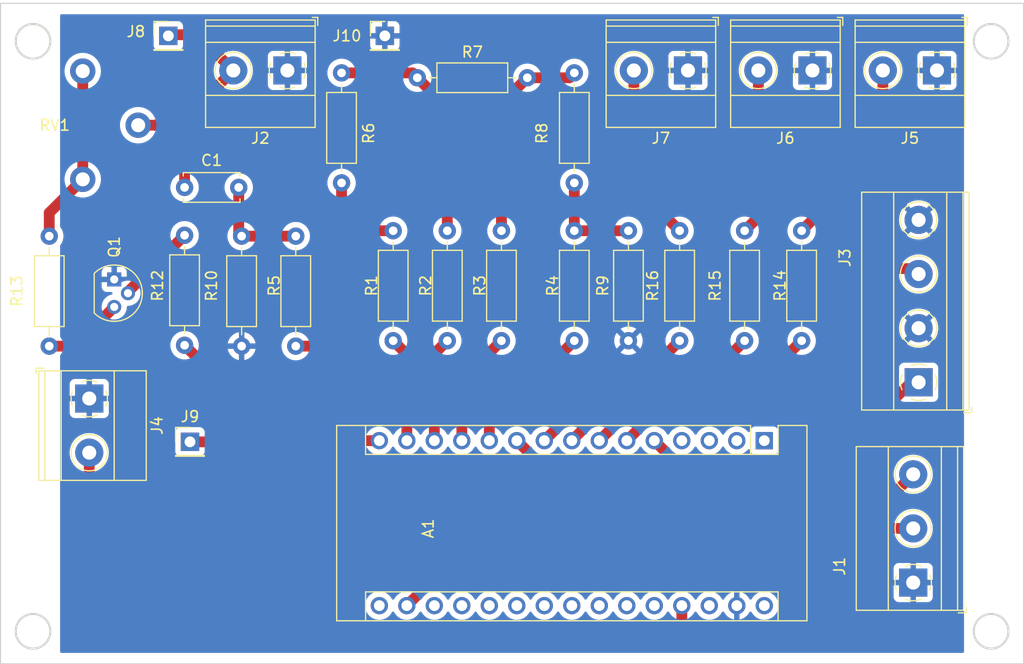
<source format=kicad_pcb>
(kicad_pcb (version 20211014) (generator pcbnew)
  (layers (0 "F.Cu" signal) (31 "B.Cu" signal) (34 "B.Paste" user) (35 "F.Paste" user) (36 "B.SilkS" user "B.Silkscreen") (37 "F.SilkS" user "F.Silkscreen") (38 "B.Mask" user) (39 "F.Mask" user) (44 "Edge.Cuts" user))
  (net 0 "")
  (net 5 "Net-(A1-Pad5)")
  (net 6 "Net-(A1-Pad6)")
  (net 7 "Net-(A1-Pad7)")
  (net 8 "Net-(A1-Pad8)")
  (net 9 "Net-(A1-Pad9)")
  (net 10 "Net-(A1-Pad10)")
  (net 11 "Net-(A1-Pad11)")
  (net 12 "Net-(A1-Pad12)")
  (net 13 "Net-(A1-Pad13)")
  (net 14 "Net-(A1-Pad14)")
  (net 15 "Net-(A1-Pad15)")
  (net 27 "GND")
  (net 29 "Net-(C1-Pad1)")
  (net 30 "Net-(C1-Pad2)")
  (net 31 "Net-(Q1-Pad2)")
  (net 32 "Net-(Q1-Pad3)")
  (net 33 "Net-(R1-Pad1)")
  (net 34 "Net-(R2-Pad1)")
  (net 35 "Net-(R3-Pad1)")
  (net 36 "Net-(R4-Pad1)")
  (net 37 "Net-(R13-Pad1)")
  (net 38 "Net-(A1-Pad17)")
  (net 39 "Net-(A1-Pad27)")
  (net 40 "Net-(J5-Pad2)")
  (net 41 "Net-(J6-Pad2)")
  (net 42 "Net-(J7-Pad2)")
  (footprint "TerminalBlock_Phoenix:TerminalBlock_Phoenix_MKDS-1,5-4_1x04_P5.00mm_Horizontal" (layer "F.Cu") (at 169.805 106 90)
    (fp_text reference "J3" (at 11.5 -6.805 90) (layer "F.SilkS"))
    (fp_text value "PUSH")
    (fp_line (start -2.56 -5.261) (end 17.561 -5.261) (layer "F.SilkS") (width 0.12))
    (fp_line (start 11.07 -1.275) (end 11.035 -1.239) (layer "F.SilkS") (width 0.12))
    (fp_line (start 8.966 1.239) (end 8.931 1.274) (layer "F.SilkS") (width 0.12))
    (fp_line (start -2.56 -2.301) (end 17.561 -2.301) (layer "F.SilkS") (width 0.12))
    (fp_line (start -2.56 2.6) (end 17.561 2.6) (layer "F.SilkS") (width 0.12))
    (fp_line (start 11.275 -1.069) (end 11.228 -1.023) (layer "F.SilkS") (width 0.12))
    (fp_line (start 8.773 1.023) (end 8.726 1.069) (layer "F.SilkS") (width 0.12))
    (fp_line (start -2.8 4.16) (end -2.8 4.9) (layer "F.SilkS") (width 0.12))
    (fp_line (start 16.07 -1.275) (end 16.035 -1.239) (layer "F.SilkS") (width 0.12))
    (fp_line (start -2.8 4.9) (end -2.3 4.9) (layer "F.SilkS") (width 0.12))
    (fp_line (start 3.966 1.239) (end 3.931 1.274) (layer "F.SilkS") (width 0.12))
    (fp_line (start 13.773 1.023) (end 13.726 1.069) (layer "F.SilkS") (width 0.12))
    (fp_line (start 17.561 -5.261) (end 17.561 4.66) (layer "F.SilkS") (width 0.12))
    (fp_line (start 16.275 -1.069) (end 16.228 -1.023) (layer "F.SilkS") (width 0.12))
    (fp_line (start -2.56 4.1) (end 17.561 4.1) (layer "F.SilkS") (width 0.12))
    (fp_line (start -2.56 -5.261) (end -2.56 4.66) (layer "F.SilkS") (width 0.12))
    (fp_line (start 6.275 -1.069) (end 6.228 -1.023) (layer "F.SilkS") (width 0.12))
    (fp_line (start 3.773 1.023) (end 3.726 1.069) (layer "F.SilkS") (width 0.12))
    (fp_line (start 6.07 -1.275) (end 6.035 -1.239) (layer "F.SilkS") (width 0.12))
    (fp_line (start 13.966 1.239) (end 13.931 1.274) (layer "F.SilkS") (width 0.12))
    (fp_line (start -2.56 4.66) (end 17.561 4.66) (layer "F.SilkS") (width 0.12))
    (fp_arc (start 0.028805 1.680253) (mid -0.335551 1.646659) (end -0.684 1.535) (layer "F.SilkS") (width 0.12))
    (fp_arc (start 1.535427 -0.683042) (mid 1.680501 0.000524) (end 1.535 0.684) (layer "F.SilkS") (width 0.12))
    (fp_arc (start -0.683042 -1.535427) (mid 0.000524 -1.680501) (end 0.684 -1.535) (layer "F.SilkS") (width 0.12))
    (fp_arc (start 0.683318 1.534756) (mid 0.349292 1.643288) (end 0 1.68) (layer "F.SilkS") (width 0.12))
    (fp_arc (start -1.535427 0.683042) (mid -1.680501 -0.000524) (end -1.535 -0.684) (layer "F.SilkS") (width 0.12))
    (fp_circle (center 10 0) (end 11.68 0) (layer "F.SilkS") (width 0.12) (fill none))
    (fp_circle (center 5 0) (end 6.68 0) (layer "F.SilkS") (width 0.12) (fill none))
    (fp_circle (center 15 0) (end 16.68 0) (layer "F.SilkS") (width 0.12) (fill none))
    (pad "1" thru_hole rect (at 0 0 90) (size 2.6 2.6) (drill 1.3) (layers *.Cu *.Mask) (net 5 "Net-(A1-Pad5)"))
    (pad "2" thru_hole circle (at 5 0 90) (size 2.6 2.6) (drill 1.3) (layers *.Cu *.Mask) (net 27 "GND"))
    (pad "3" thru_hole circle (at 10 0 90) (size 2.6 2.6) (drill 1.3) (layers *.Cu *.Mask) (net 6 "Net-(A1-Pad6)"))
    (pad "4" thru_hole circle (at 15 0 90) (size 2.6 2.6) (drill 1.3) (layers *.Cu *.Mask) (net 27 "GND"))
  )
  (footprint "Resistor_THT:R_Axial_DIN0207_L6.3mm_D2.5mm_P10.16mm_Horizontal" (layer "F.Cu") (at 159 92 -90)
    (fp_text reference "R14" (at 5.08 2 -270) (layer "F.SilkS"))
    (fp_text value "220")
    (fp_line (start 1.81 1.37) (end 8.35 1.37) (layer "F.SilkS") (width 0.12))
    (fp_line (start 8.35 -1.37) (end 1.81 -1.37) (layer "F.SilkS") (width 0.12))
    (fp_line (start 1.81 -1.37) (end 1.81 1.37) (layer "F.SilkS") (width 0.12))
    (fp_line (start 1.04 0) (end 1.81 0) (layer "F.SilkS") (width 0.12))
    (fp_line (start 9.12 0) (end 8.35 0) (layer "F.SilkS") (width 0.12))
    (fp_line (start 8.35 1.37) (end 8.35 -1.37) (layer "F.SilkS") (width 0.12))
    (pad "1" thru_hole circle (at 0 0 270) (size 1.6 1.6) (drill 0.8) (layers *.Cu *.Mask) (net 40 "Net-(J5-Pad2)"))
    (pad "2" thru_hole oval (at 10.16 0 270) (size 1.6 1.6) (drill 0.8) (layers *.Cu *.Mask) (net 7 "Net-(A1-Pad7)"))
  )
  (footprint "Resistor_THT:R_Axial_DIN0207_L6.3mm_D2.5mm_P10.16mm_Horizontal" (layer "F.Cu") (at 121.27 92 -90)
    (fp_text reference "R1" (at 5.080001 2 90) (layer "F.SilkS"))
    (fp_text value "2.2k")
    (fp_line (start 9.12 0) (end 8.35 0) (layer "F.SilkS") (width 0.12))
    (fp_line (start 8.35 -1.37) (end 1.81 -1.37) (layer "F.SilkS") (width 0.12))
    (fp_line (start 1.04 0) (end 1.81 0) (layer "F.SilkS") (width 0.12))
    (fp_line (start 8.35 1.37) (end 8.35 -1.37) (layer "F.SilkS") (width 0.12))
    (fp_line (start 1.81 -1.37) (end 1.81 1.37) (layer "F.SilkS") (width 0.12))
    (fp_line (start 1.81 1.37) (end 8.35 1.37) (layer "F.SilkS") (width 0.12))
    (pad "1" thru_hole circle (at 0 0 270) (size 1.6 1.6) (drill 0.8) (layers *.Cu *.Mask) (net 33 "Net-(R1-Pad1)"))
    (pad "2" thru_hole oval (at 10.16 0 270) (size 1.6 1.6) (drill 0.8) (layers *.Cu *.Mask) (net 14 "Net-(A1-Pad14)"))
  )
  (footprint "Resistor_THT:R_Axial_DIN0207_L6.3mm_D2.5mm_P10.16mm_Horizontal" (layer "F.Cu") (at 147.73 92 -90)
    (fp_text reference "R16" (at 5.08 2.5 90) (layer "F.SilkS"))
    (fp_text value "220")
    (fp_line (start 8.35 -1.37) (end 1.81 -1.37) (layer "F.SilkS") (width 0.12))
    (fp_line (start 1.81 -1.37) (end 1.81 1.37) (layer "F.SilkS") (width 0.12))
    (fp_line (start 1.81 1.37) (end 8.35 1.37) (layer "F.SilkS") (width 0.12))
    (fp_line (start 1.04 0) (end 1.81 0) (layer "F.SilkS") (width 0.12))
    (fp_line (start 8.35 1.37) (end 8.35 -1.37) (layer "F.SilkS") (width 0.12))
    (fp_line (start 9.12 0) (end 8.35 0) (layer "F.SilkS") (width 0.12))
    (pad "1" thru_hole circle (at 0 0 270) (size 1.6 1.6) (drill 0.8) (layers *.Cu *.Mask) (net 42 "Net-(J7-Pad2)"))
    (pad "2" thru_hole oval (at 10.16 0 270) (size 1.6 1.6) (drill 0.8) (layers *.Cu *.Mask) (net 9 "Net-(A1-Pad9)"))
  )
  (footprint "TerminalBlock_Phoenix:TerminalBlock_Phoenix_MKDS-1,5-2_1x02_P5.00mm_Horizontal" (layer "F.Cu") (at 148.5 77.195 180)
    (fp_text reference "J7" (at 2.5 -6.26) (layer "F.SilkS"))
    (fp_text value "LED 3")
    (fp_line (start -2.8 4.9) (end -2.3 4.9) (layer "F.SilkS") (width 0.12))
    (fp_line (start 6.07 -1.275) (end 6.035 -1.239) (layer "F.SilkS") (width 0.12))
    (fp_line (start -2.8 4.16) (end -2.8 4.9) (layer "F.SilkS") (width 0.12))
    (fp_line (start -2.56 4.66) (end 7.56 4.66) (layer "F.SilkS") (width 0.12))
    (fp_line (start 3.773 1.023) (end 3.726 1.069) (layer "F.SilkS") (width 0.12))
    (fp_line (start -2.56 -5.261) (end 7.56 -5.261) (layer "F.SilkS") (width 0.12))
    (fp_line (start 7.56 -5.261) (end 7.56 4.66) (layer "F.SilkS") (width 0.12))
    (fp_line (start 6.275 -1.069) (end 6.228 -1.023) (layer "F.SilkS") (width 0.12))
    (fp_line (start -2.56 -5.261) (end -2.56 4.66) (layer "F.SilkS") (width 0.12))
    (fp_line (start -2.56 4.1) (end 7.56 4.1) (layer "F.SilkS") (width 0.12))
    (fp_line (start -2.56 -2.301) (end 7.56 -2.301) (layer "F.SilkS") (width 0.12))
    (fp_line (start -2.56 2.6) (end 7.56 2.6) (layer "F.SilkS") (width 0.12))
    (fp_line (start 3.966 1.239) (end 3.931 1.274) (layer "F.SilkS") (width 0.12))
    (fp_arc (start -0.683042 -1.535427) (mid 0.000524 -1.680501) (end 0.684 -1.535) (layer "F.SilkS") (width 0.12))
    (fp_arc (start 0.028805 1.680253) (mid -0.335551 1.646659) (end -0.684 1.535) (layer "F.SilkS") (width 0.12))
    (fp_arc (start 1.535427 -0.683042) (mid 1.680501 0.000524) (end 1.535 0.684) (layer "F.SilkS") (width 0.12))
    (fp_arc (start 0.683318 1.534756) (mid 0.349292 1.643288) (end 0 1.68) (layer "F.SilkS") (width 0.12))
    (fp_arc (start -1.535427 0.683042) (mid -1.680501 -0.000524) (end -1.535 -0.684) (layer "F.SilkS") (width 0.12))
    (fp_circle (center 5 0) (end 6.68 0) (layer "F.SilkS") (width 0.12) (fill none))
    (pad "1" thru_hole rect (at 0 0 180) (size 2.6 2.6) (drill 1.3) (layers *.Cu *.Mask) (net 27 "GND"))
    (pad "2" thru_hole circle (at 5 0 180) (size 2.6 2.6) (drill 1.3) (layers *.Cu *.Mask) (net 42 "Net-(J7-Pad2)"))
  )
  (footprint "Resistor_THT:R_Axial_DIN0207_L6.3mm_D2.5mm_P10.16mm_Horizontal" (layer "F.Cu") (at 153.73 92 -90)
    (fp_text reference "R15" (at 5.08 2.73 -270) (layer "F.SilkS"))
    (fp_text value "220")
    (fp_line (start 1.04 0) (end 1.81 0) (layer "F.SilkS") (width 0.12))
    (fp_line (start 8.35 -1.37) (end 1.81 -1.37) (layer "F.SilkS") (width 0.12))
    (fp_line (start 9.12 0) (end 8.35 0) (layer "F.SilkS") (width 0.12))
    (fp_line (start 1.81 1.37) (end 8.35 1.37) (layer "F.SilkS") (width 0.12))
    (fp_line (start 8.35 1.37) (end 8.35 -1.37) (layer "F.SilkS") (width 0.12))
    (fp_line (start 1.81 -1.37) (end 1.81 1.37) (layer "F.SilkS") (width 0.12))
    (pad "1" thru_hole circle (at 0 0 270) (size 1.6 1.6) (drill 0.8) (layers *.Cu *.Mask) (net 41 "Net-(J6-Pad2)"))
    (pad "2" thru_hole oval (at 10.16 0 270) (size 1.6 1.6) (drill 0.8) (layers *.Cu *.Mask) (net 8 "Net-(A1-Pad8)"))
  )
  (footprint "Connector_PinHeader_2.54mm:PinHeader_1x01_P2.54mm_Vertical" (layer "F.Cu") (at 100.5 74)
    (fp_text reference "J8" (at -3 -0.395) (layer "F.SilkS"))
    (fp_text value "Signal")
    (fp_line (start -1.33 -1.33) (end 0 -1.33) (layer "F.SilkS") (width 0.12))
    (fp_line (start -1.33 1.27) (end 1.33 1.27) (layer "F.SilkS") (width 0.12))
    (fp_line (start -1.33 1.33) (end 1.33 1.33) (layer "F.SilkS") (width 0.12))
    (fp_line (start -1.33 1.27) (end -1.33 1.33) (layer "F.SilkS") (width 0.12))
    (fp_line (start -1.33 0) (end -1.33 -1.33) (layer "F.SilkS") (width 0.12))
    (fp_line (start 1.33 1.27) (end 1.33 1.33) (layer "F.SilkS") (width 0.12))
    (pad "1" thru_hole rect (at 0 0) (size 1.7 1.7) (drill 1) (layers *.Cu *.Mask) (net 29 "Net-(C1-Pad1)"))
  )
  (footprint "Resistor_THT:R_Axial_DIN0207_L6.3mm_D2.5mm_P10.16mm_Horizontal" (layer "F.Cu") (at 107.27 92.5 -90)
    (fp_text reference "R10" (at 4.58 2.79 90) (layer "F.SilkS"))
    (fp_text value "100k")
    (fp_line (start 1.04 0) (end 1.81 0) (layer "F.SilkS") (width 0.12))
    (fp_line (start 1.81 -1.37) (end 1.81 1.37) (layer "F.SilkS") (width 0.12))
    (fp_line (start 9.12 0) (end 8.35 0) (layer "F.SilkS") (width 0.12))
    (fp_line (start 8.35 1.37) (end 8.35 -1.37) (layer "F.SilkS") (width 0.12))
    (fp_line (start 8.35 -1.37) (end 1.81 -1.37) (layer "F.SilkS") (width 0.12))
    (fp_line (start 1.81 1.37) (end 8.35 1.37) (layer "F.SilkS") (width 0.12))
    (pad "1" thru_hole circle locked (at 0 0 270) (size 1.6 1.6) (drill 0.8) (layers *.Cu *.Mask) (net 30 "Net-(C1-Pad2)"))
    (pad "2" thru_hole oval locked (at 10.16 0 270) (size 1.6 1.6) (drill 0.8) (layers *.Cu *.Mask) (net 27 "GND"))
  )
  (footprint "Resistor_THT:R_Axial_DIN0207_L6.3mm_D2.5mm_P10.16mm_Horizontal" (layer "F.Cu") (at 112.27 92.5 -90)
    (fp_text reference "R5" (at 4.580001 2 90) (layer "F.SilkS"))
    (fp_text value "1k")
    (fp_line (start 8.35 1.37) (end 8.35 -1.37) (layer "F.SilkS") (width 0.12))
    (fp_line (start 1.81 1.37) (end 8.35 1.37) (layer "F.SilkS") (width 0.12))
    (fp_line (start 9.12 0) (end 8.35 0) (layer "F.SilkS") (width 0.12))
    (fp_line (start 1.81 -1.37) (end 1.81 1.37) (layer "F.SilkS") (width 0.12))
    (fp_line (start 8.35 -1.37) (end 1.81 -1.37) (layer "F.SilkS") (width 0.12))
    (fp_line (start 1.04 0) (end 1.81 0) (layer "F.SilkS") (width 0.12))
    (pad "1" thru_hole circle locked (at 0 0 270) (size 1.6 1.6) (drill 0.8) (layers *.Cu *.Mask) (net 30 "Net-(C1-Pad2)"))
    (pad "2" thru_hole oval locked (at 10.16 0 270) (size 1.6 1.6) (drill 0.8) (layers *.Cu *.Mask) (net 33 "Net-(R1-Pad1)"))
  )
  (footprint "Resistor_THT:R_Axial_DIN0207_L6.3mm_D2.5mm_P10.16mm_Horizontal" (layer "F.Cu") (at 138 77.42 -90)
    (fp_text reference "R8" (at 5.58 3 90) (layer "F.SilkS"))
    (fp_text value "1k")
    (fp_line (start 9.12 0) (end 8.35 0) (layer "F.SilkS") (width 0.12))
    (fp_line (start 8.35 -1.37) (end 1.81 -1.37) (layer "F.SilkS") (width 0.12))
    (fp_line (start 8.35 1.37) (end 8.35 -1.37) (layer "F.SilkS") (width 0.12))
    (fp_line (start 1.04 0) (end 1.81 0) (layer "F.SilkS") (width 0.12))
    (fp_line (start 1.81 1.37) (end 8.35 1.37) (layer "F.SilkS") (width 0.12))
    (fp_line (start 1.81 -1.37) (end 1.81 1.37) (layer "F.SilkS") (width 0.12))
    (pad "1" thru_hole circle (at 0 0 270) (size 1.6 1.6) (drill 0.8) (layers *.Cu *.Mask) (net 35 "Net-(R3-Pad1)"))
    (pad "2" thru_hole oval (at 10.16 0 270) (size 1.6 1.6) (drill 0.8) (layers *.Cu *.Mask) (net 36 "Net-(R4-Pad1)"))
  )
  (footprint "Connector_PinHeader_2.54mm:PinHeader_1x01_P2.54mm_Vertical" (layer "F.Cu") (at 102.5 111.5)
    (fp_text reference "J9" (at 0 -2.33) (layer "F.SilkS"))
    (fp_text value "PTT")
    (fp_line (start 1.33 1.27) (end 1.33 1.33) (layer "F.SilkS") (width 0.12))
    (fp_line (start -1.33 1.27) (end -1.33 1.33) (layer "F.SilkS") (width 0.12))
    (fp_line (start -1.33 0) (end -1.33 -1.33) (layer "F.SilkS") (width 0.12))
    (fp_line (start -1.33 1.27) (end 1.33 1.27) (layer "F.SilkS") (width 0.12))
    (fp_line (start -1.33 1.33) (end 1.33 1.33) (layer "F.SilkS") (width 0.12))
    (fp_line (start -1.33 -1.33) (end 0 -1.33) (layer "F.SilkS") (width 0.12))
    (pad "1" thru_hole rect (at 0 0) (size 1.7 1.7) (drill 1) (layers *.Cu *.Mask) (net 15 "Net-(A1-Pad15)"))
  )
  (footprint "Capacitor_THT:C_Disc_D5.0mm_W2.5mm_P5.00mm" (layer "F.Cu") (at 102 88)
    (fp_text reference "C1" (at 2.5 -2.5) (layer "F.SilkS"))
    (fp_text value "100n")
    (fp_line (start -0.12 -1.37) (end 5.12 -1.37) (layer "F.SilkS") (width 0.12))
    (fp_line (start -0.12 1.37) (end 5.12 1.37) (layer "F.SilkS") (width 0.12))
    (fp_line (start -0.12 1.055) (end -0.12 1.37) (layer "F.SilkS") (width 0.12))
    (fp_line (start 5.12 -1.37) (end 5.12 -1.055) (layer "F.SilkS") (width 0.12))
    (fp_line (start 5.12 1.055) (end 5.12 1.37) (layer "F.SilkS") (width 0.12))
    (fp_line (start -0.12 -1.37) (end -0.12 -1.055) (layer "F.SilkS") (width 0.12))
    (pad "1" thru_hole circle (at 0 0) (size 1.6 1.6) (drill 0.8) (layers *.Cu *.Mask) (net 29 "Net-(C1-Pad1)"))
    (pad "2" thru_hole circle (at 5 0) (size 1.6 1.6) (drill 0.8) (layers *.Cu *.Mask) (net 30 "Net-(C1-Pad2)"))
  )
  (footprint "Resistor_THT:R_Axial_DIN0207_L6.3mm_D2.5mm_P10.16mm_Horizontal" (layer "F.Cu") (at 143 102.16 90)
    (fp_text reference "R9" (at 5.079999 -2.37 90) (layer "F.SilkS"))
    (fp_text value "2.2k")
    (fp_line (start 1.81 -1.37) (end 1.81 1.37) (layer "F.SilkS") (width 0.12))
    (fp_line (start 8.35 -1.37) (end 1.81 -1.37) (layer "F.SilkS") (width 0.12))
    (fp_line (start 8.35 1.37) (end 8.35 -1.37) (layer "F.SilkS") (width 0.12))
    (fp_line (start 1.81 1.37) (end 8.35 1.37) (layer "F.SilkS") (width 0.12))
    (fp_line (start 9.12 0) (end 8.35 0) (layer "F.SilkS") (width 0.12))
    (fp_line (start 1.04 0) (end 1.81 0) (layer "F.SilkS") (width 0.12))
    (pad "1" thru_hole circle (at 0 0 90) (size 1.6 1.6) (drill 0.8) (layers *.Cu *.Mask) (net 27 "GND"))
    (pad "2" thru_hole oval (at 10.16 0 90) (size 1.6 1.6) (drill 0.8) (layers *.Cu *.Mask) (net 36 "Net-(R4-Pad1)"))
  )
  (footprint "Resistor_THT:R_Axial_DIN0207_L6.3mm_D2.5mm_P10.16mm_Horizontal" (layer "F.Cu") (at 126.27 92 -90)
    (fp_text reference "R2" (at 5.080001 2 90) (layer "F.SilkS"))
    (fp_text value "2.2k")
    (fp_line (start 1.81 1.37) (end 8.35 1.37) (layer "F.SilkS") (width 0.12))
    (fp_line (start 1.81 -1.37) (end 1.81 1.37) (layer "F.SilkS") (width 0.12))
    (fp_line (start 8.35 -1.37) (end 1.81 -1.37) (layer "F.SilkS") (width 0.12))
    (fp_line (start 8.35 1.37) (end 8.35 -1.37) (layer "F.SilkS") (width 0.12))
    (fp_line (start 1.04 0) (end 1.81 0) (layer "F.SilkS") (width 0.12))
    (fp_line (start 9.12 0) (end 8.35 0) (layer "F.SilkS") (width 0.12))
    (pad "1" thru_hole circle (at 0 0 270) (size 1.6 1.6) (drill 0.8) (layers *.Cu *.Mask) (net 34 "Net-(R2-Pad1)"))
    (pad "2" thru_hole oval (at 10.16 0 270) (size 1.6 1.6) (drill 0.8) (layers *.Cu *.Mask) (net 13 "Net-(A1-Pad13)"))
  )
  (footprint "Resistor_THT:R_Axial_DIN0207_L6.3mm_D2.5mm_P10.16mm_Horizontal" (layer "F.Cu") (at 123.5 77.87)
    (fp_text reference "R7" (at 5.08 -2.37) (layer "F.SilkS"))
    (fp_text value "1k")
    (fp_line (start 1.81 -1.37) (end 1.81 1.37) (layer "F.SilkS") (width 0.12))
    (fp_line (start 1.04 0) (end 1.81 0) (layer "F.SilkS") (width 0.12))
    (fp_line (start 9.12 0) (end 8.35 0) (layer "F.SilkS") (width 0.12))
    (fp_line (start 8.35 1.37) (end 8.35 -1.37) (layer "F.SilkS") (width 0.12))
    (fp_line (start 1.81 1.37) (end 8.35 1.37) (layer "F.SilkS") (width 0.12))
    (fp_line (start 8.35 -1.37) (end 1.81 -1.37) (layer "F.SilkS") (width 0.12))
    (pad "1" thru_hole circle (at 0 0) (size 1.6 1.6) (drill 0.8) (layers *.Cu *.Mask) (net 34 "Net-(R2-Pad1)"))
    (pad "2" thru_hole oval (at 10.16 0) (size 1.6 1.6) (drill 0.8) (layers *.Cu *.Mask) (net 35 "Net-(R3-Pad1)"))
  )
  (footprint "Connector_PinHeader_2.54mm:PinHeader_1x01_P2.54mm_Vertical" (layer "F.Cu") (at 120.5 74)
    (fp_text reference "J10" (at -3.5 0) (layer "F.SilkS"))
    (fp_text value "GND")
    (fp_line (start -1.33 1.27) (end 1.33 1.27) (layer "F.SilkS") (width 0.12))
    (fp_line (start 1.33 1.27) (end 1.33 1.33) (layer "F.SilkS") (width 0.12))
    (fp_line (start -1.33 1.33) (end 1.33 1.33) (layer "F.SilkS") (width 0.12))
    (fp_line (start -1.33 -1.33) (end 0 -1.33) (layer "F.SilkS") (width 0.12))
    (fp_line (start -1.33 1.27) (end -1.33 1.33) (layer "F.SilkS") (width 0.12))
    (fp_line (start -1.33 0) (end -1.33 -1.33) (layer "F.SilkS") (width 0.12))
    (pad "1" thru_hole rect (at 0 0) (size 1.7 1.7) (drill 1) (layers *.Cu *.Mask) (net 27 "GND"))
  )
  (footprint "Resistor_THT:R_Axial_DIN0207_L6.3mm_D2.5mm_P10.16mm_Horizontal" (layer "F.Cu") (at 138 92 -90)
    (fp_text reference "R4" (at 5.080001 2 90) (layer "F.SilkS"))
    (fp_text value "2.2k")
    (fp_line (start 8.35 1.37) (end 8.35 -1.37) (layer "F.SilkS") (width 0.12))
    (fp_line (start 1.81 1.37) (end 8.35 1.37) (layer "F.SilkS") (width 0.12))
    (fp_line (start 8.35 -1.37) (end 1.81 -1.37) (layer "F.SilkS") (width 0.12))
    (fp_line (start 1.04 0) (end 1.81 0) (layer "F.SilkS") (width 0.12))
    (fp_line (start 1.81 -1.37) (end 1.81 1.37) (layer "F.SilkS") (width 0.12))
    (fp_line (start 9.12 0) (end 8.35 0) (layer "F.SilkS") (width 0.12))
    (pad "1" thru_hole circle (at 0 0 270) (size 1.6 1.6) (drill 0.8) (layers *.Cu *.Mask) (net 36 "Net-(R4-Pad1)"))
    (pad "2" thru_hole oval (at 10.16 0 270) (size 1.6 1.6) (drill 0.8) (layers *.Cu *.Mask) (net 11 "Net-(A1-Pad11)"))
  )
  (footprint "Resistor_THT:R_Axial_DIN0207_L6.3mm_D2.5mm_P10.16mm_Horizontal" (layer "F.Cu") (at 116.5 87.58 90)
    (fp_text reference "R6" (at 4.58 2.5 90) (layer "F.SilkS"))
    (fp_text value "1k")
    (fp_line (start 9.12 0) (end 8.35 0) (layer "F.SilkS") (width 0.12))
    (fp_line (start 1.81 1.37) (end 8.35 1.37) (layer "F.SilkS") (width 0.12))
    (fp_line (start 1.81 -1.37) (end 1.81 1.37) (layer "F.SilkS") (width 0.12))
    (fp_line (start 1.04 0) (end 1.81 0) (layer "F.SilkS") (width 0.12))
    (fp_line (start 8.35 -1.37) (end 1.81 -1.37) (layer "F.SilkS") (width 0.12))
    (fp_line (start 8.35 1.37) (end 8.35 -1.37) (layer "F.SilkS") (width 0.12))
    (pad "1" thru_hole circle (at 0 0 90) (size 1.6 1.6) (drill 0.8) (layers *.Cu *.Mask) (net 33 "Net-(R1-Pad1)"))
    (pad "2" thru_hole oval (at 10.16 0 90) (size 1.6 1.6) (drill 0.8) (layers *.Cu *.Mask) (net 34 "Net-(R2-Pad1)"))
  )
  (footprint "TerminalBlock_Phoenix:TerminalBlock_Phoenix_MKDS-1,5-3_1x03_P5.00mm_Horizontal" (layer "F.Cu") (at 169.305 124.5 90)
    (fp_text reference "J1" (at 1.5 -6.805 90) (layer "F.SilkS"))
    (fp_text value "GPS")
    (fp_line (start 6.07 -1.275) (end 6.035 -1.239) (layer "F.SilkS") (width 0.12))
    (fp_line (start 6.275 -1.069) (end 6.228 -1.023) (layer "F.SilkS") (width 0.12))
    (fp_line (start 8.966 1.239) (end 8.931 1.274) (layer "F.SilkS") (width 0.12))
    (fp_line (start -2.56 4.1) (end 12.56 4.1) (layer "F.SilkS") (width 0.12))
    (fp_line (start -2.56 -5.261) (end -2.56 4.66) (layer "F.SilkS") (width 0.12))
    (fp_line (start 3.773 1.023) (end 3.726 1.069) (layer "F.SilkS") (width 0.12))
    (fp_line (start 12.56 -5.261) (end 12.56 4.66) (layer "F.SilkS") (width 0.12))
    (fp_line (start -2.8 4.16) (end -2.8 4.9) (layer "F.SilkS") (width 0.12))
    (fp_line (start -2.56 -5.261) (end 12.56 -5.261) (layer "F.SilkS") (width 0.12))
    (fp_line (start 3.966 1.239) (end 3.931 1.274) (layer "F.SilkS") (width 0.12))
    (fp_line (start 11.07 -1.275) (end 11.035 -1.239) (layer "F.SilkS") (width 0.12))
    (fp_line (start -2.8 4.9) (end -2.3 4.9) (layer "F.SilkS") (width 0.12))
    (fp_line (start -2.56 -2.301) (end 12.56 -2.301) (layer "F.SilkS") (width 0.12))
    (fp_line (start -2.56 4.66) (end 12.56 4.66) (layer "F.SilkS") (width 0.12))
    (fp_line (start 8.773 1.023) (end 8.726 1.069) (layer "F.SilkS") (width 0.12))
    (fp_line (start -2.56 2.6) (end 12.56 2.6) (layer "F.SilkS") (width 0.12))
    (fp_line (start 11.275 -1.069) (end 11.228 -1.023) (layer "F.SilkS") (width 0.12))
    (fp_arc (start 1.535427 -0.683042) (mid 1.680501 0.000524) (end 1.535 0.684) (layer "F.SilkS") (width 0.12))
    (fp_arc (start 0.683318 1.534756) (mid 0.349292 1.643288) (end 0 1.68) (layer "F.SilkS") (width 0.12))
    (fp_arc (start -1.535427 0.683042) (mid -1.680501 -0.000524) (end -1.535 -0.684) (layer "F.SilkS") (width 0.12))
    (fp_arc (start -0.683042 -1.535427) (mid 0.000524 -1.680501) (end 0.684 -1.535) (layer "F.SilkS") (width 0.12))
    (fp_arc (start 0.028805 1.680253) (mid -0.335551 1.646659) (end -0.684 1.535) (layer "F.SilkS") (width 0.12))
    (fp_circle (center 5 0) (end 6.68 0) (layer "F.SilkS") (width 0.12) (fill none))
    (fp_circle (center 10 0) (end 11.68 0) (layer "F.SilkS") (width 0.12) (fill none))
    (pad "1" thru_hole rect (at 0 0 90) (size 2.6 2.6) (drill 1.3) (layers *.Cu *.Mask) (net 27 "GND"))
    (pad "2" thru_hole circle (at 5 0 90) (size 2.6 2.6) (drill 1.3) (layers *.Cu *.Mask) (net 38 "Net-(A1-Pad17)"))
    (pad "3" thru_hole circle (at 10 0 90) (size 2.6 2.6) (drill 1.3) (layers *.Cu *.Mask) (net 10 "Net-(A1-Pad10)"))
  )
  (footprint "Resistor_THT:R_Axial_DIN0207_L6.3mm_D2.5mm_P10.16mm_Horizontal" (layer "F.Cu") (at 102 102.58 90)
    (fp_text reference "R12" (at 5.5 -2.5 90) (layer "F.SilkS"))
    (fp_text value "2.2k")
    (fp_line (start 8.35 -1.37) (end 1.81 -1.37) (layer "F.SilkS") (width 0.12))
    (fp_line (start 1.04 0) (end 1.81 0) (layer "F.SilkS") (width 0.12))
    (fp_line (start 1.81 -1.37) (end 1.81 1.37) (layer "F.SilkS") (width 0.12))
    (fp_line (start 9.12 0) (end 8.35 0) (layer "F.SilkS") (width 0.12))
    (fp_line (start 1.81 1.37) (end 8.35 1.37) (layer "F.SilkS") (width 0.12))
    (fp_line (start 8.35 1.37) (end 8.35 -1.37) (layer "F.SilkS") (width 0.12))
    (pad "1" thru_hole circle locked (at 0 0 90) (size 1.6 1.6) (drill 0.8) (layers *.Cu *.Mask) (net 15 "Net-(A1-Pad15)"))
    (pad "2" thru_hole oval locked (at 10.16 0 90) (size 1.6 1.6) (drill 0.8) (layers *.Cu *.Mask) (net 31 "Net-(Q1-Pad2)"))
  )
  (footprint "Resistor_THT:R_Axial_DIN0207_L6.3mm_D2.5mm_P10.16mm_Horizontal" (layer "F.Cu") (at 131.27 92 -90)
    (fp_text reference "R3" (at 5.080001 2 90) (layer "F.SilkS"))
    (fp_text value "2.2k")
    (fp_line (start 1.04 0) (end 1.81 0) (layer "F.SilkS") (width 0.12))
    (fp_line (start 1.81 1.37) (end 8.35 1.37) (layer "F.SilkS") (width 0.12))
    (fp_line (start 8.35 1.37) (end 8.35 -1.37) (layer "F.SilkS") (width 0.12))
    (fp_line (start 9.12 0) (end 8.35 0) (layer "F.SilkS") (width 0.12))
    (fp_line (start 8.35 -1.37) (end 1.81 -1.37) (layer "F.SilkS") (width 0.12))
    (fp_line (start 1.81 -1.37) (end 1.81 1.37) (layer "F.SilkS") (width 0.12))
    (pad "1" thru_hole circle (at 0 0 270) (size 1.6 1.6) (drill 0.8) (layers *.Cu *.Mask) (net 35 "Net-(R3-Pad1)"))
    (pad "2" thru_hole oval (at 10.16 0 270) (size 1.6 1.6) (drill 0.8) (layers *.Cu *.Mask) (net 12 "Net-(A1-Pad12)"))
  )
  (footprint "Potentiometer_THT:Potentiometer_22k" (layer "F.Cu") (at 92.7125 71.7225)
    (fp_text reference locked "RV1" (at -2.7125 10.5305 unlocked) (layer "F.SilkS"))
    (fp_text value "22k")
    (pad "1" thru_hole circle locked (at -0.12 5.53) (size 2.34 2.34) (drill 1.3) (layers *.Mask "F.Cu" "In1.Cu" "B.Cu") (net 37 "Net-(R13-Pad1)"))
    (pad "2" thru_hole circle locked (at 5 10.53) (size 2.34 2.34) (drill 1.3) (layers *.Mask "F.Cu" "In1.Cu" "B.Cu") (net 29 "Net-(C1-Pad1)"))
    (pad "3" thru_hole circle locked (at -0.12 15.53) (size 2.34 2.34) (drill 1.3) (layers *.Mask "F.Cu" "In1.Cu" "B.Cu") (net 37 "Net-(R13-Pad1)"))
  )
  (footprint "TerminalBlock_Phoenix:TerminalBlock_Phoenix_MKDS-1,5-2_1x02_P5.00mm_Horizontal" (layer "F.Cu") (at 93.195 107.5 -90)
    (fp_text reference "J4" (at 2.5 -6.26 90) (layer "F.SilkS"))
    (fp_text value "Alim")
    (fp_line (start -2.56 -2.301) (end 7.56 -2.301) (layer "F.SilkS") (width 0.12))
    (fp_line (start -2.56 4.66) (end 7.56 4.66) (layer "F.SilkS") (width 0.12))
    (fp_line (start 6.07 -1.275) (end 6.035 -1.239) (layer "F.SilkS") (width 0.12))
    (fp_line (start 3.773 1.023) (end 3.726 1.069) (layer "F.SilkS") (width 0.12))
    (fp_line (start -2.56 4.1) (end 7.56 4.1) (layer "F.SilkS") (width 0.12))
    (fp_line (start 3.966 1.239) (end 3.931 1.274) (layer "F.SilkS") (width 0.12))
    (fp_line (start -2.56 2.6) (end 7.56 2.6) (layer "F.SilkS") (width 0.12))
    (fp_line (start -2.8 4.16) (end -2.8 4.9) (layer "F.SilkS") (width 0.12))
    (fp_line (start -2.8 4.9) (end -2.3 4.9) (layer "F.SilkS") (width 0.12))
    (fp_line (start 7.56 -5.261) (end 7.56 4.66) (layer "F.SilkS") (width 0.12))
    (fp_line (start -2.56 -5.261) (end -2.56 4.66) (layer "F.SilkS") (width 0.12))
    (fp_line (start 6.275 -1.069) (end 6.228 -1.023) (layer "F.SilkS") (width 0.12))
    (fp_line (start -2.56 -5.261) (end 7.56 -5.261) (layer "F.SilkS") (width 0.12))
    (fp_arc (start -0.683042 -1.535427) (mid 0.000524 -1.680501) (end 0.684 -1.535) (layer "F.SilkS") (width 0.12))
    (fp_arc (start 0.683318 1.534756) (mid 0.349292 1.643288) (end 0 1.68) (layer "F.SilkS") (width 0.12))
    (fp_arc (start 0.028805 1.680253) (mid -0.335551 1.646659) (end -0.684 1.535) (layer "F.SilkS") (width 0.12))
    (fp_arc (start 1.535427 -0.683042) (mid 1.680501 0.000524) (end 1.535 0.684) (layer "F.SilkS") (width 0.12))
    (fp_arc (start -1.535427 0.683042) (mid -1.680501 -0.000524) (end -1.535 -0.684) (layer "F.SilkS") (width 0.12))
    (fp_circle (center 5 0) (end 6.68 0) (layer "F.SilkS") (width 0.12) (fill none))
    (pad "1" thru_hole rect (at 0 0 270) (size 2.6 2.6) (drill 1.3) (layers *.Cu *.Mask) (net 27 "GND"))
    (pad "2" thru_hole circle (at 5 0 270) (size 2.6 2.6) (drill 1.3) (layers *.Cu *.Mask) (net 39 "Net-(A1-Pad27)"))
  )
  (footprint "TerminalBlock_Phoenix:TerminalBlock_Phoenix_MKDS-1,5-2_1x02_P5.00mm_Horizontal" (layer "F.Cu") (at 160 77.195 180)
    (fp_text reference "J6" (at 2.5 -6.26) (layer "F.SilkS"))
    (fp_text value "LED 2")
    (fp_line (start -2.56 4.1) (end 7.56 4.1) (layer "F.SilkS") (width 0.12))
    (fp_line (start -2.56 -5.261) (end 7.56 -5.261) (layer "F.SilkS") (width 0.12))
    (fp_line (start 6.275 -1.069) (end 6.228 -1.023) (layer "F.SilkS") (width 0.12))
    (fp_line (start -2.56 -5.261) (end -2.56 4.66) (layer "F.SilkS") (width 0.12))
    (fp_line (start 7.56 -5.261) (end 7.56 4.66) (layer "F.SilkS") (width 0.12))
    (fp_line (start 3.966 1.239) (end 3.931 1.274) (layer "F.SilkS") (width 0.12))
    (fp_line (start 3.773 1.023) (end 3.726 1.069) (layer "F.SilkS") (width 0.12))
    (fp_line (start -2.56 2.6) (end 7.56 2.6) (layer "F.SilkS") (width 0.12))
    (fp_line (start -2.8 4.16) (end -2.8 4.9) (layer "F.SilkS") (width 0.12))
    (fp_line (start 6.07 -1.275) (end 6.035 -1.239) (layer "F.SilkS") (width 0.12))
    (fp_line (start -2.56 4.66) (end 7.56 4.66) (layer "F.SilkS") (width 0.12))
    (fp_line (start -2.8 4.9) (end -2.3 4.9) (layer "F.SilkS") (width 0.12))
    (fp_line (start -2.56 -2.301) (end 7.56 -2.301) (layer "F.SilkS") (width 0.12))
    (fp_arc (start -1.535427 0.683042) (mid -1.680501 -0.000524) (end -1.535 -0.684) (layer "F.SilkS") (width 0.12))
    (fp_arc (start 0.683318 1.534756) (mid 0.349292 1.643288) (end 0 1.68) (layer "F.SilkS") (width 0.12))
    (fp_arc (start -0.683042 -1.535427) (mid 0.000524 -1.680501) (end 0.684 -1.535) (layer "F.SilkS") (width 0.12))
    (fp_arc (start 0.028805 1.680253) (mid -0.335551 1.646659) (end -0.684 1.535) (layer "F.SilkS") (width 0.12))
    (fp_arc (start 1.535427 -0.683042) (mid 1.680501 0.000524) (end 1.535 0.684) (layer "F.SilkS") (width 0.12))
    (fp_circle (center 5 0) (end 6.68 0) (layer "F.SilkS") (width 0.12) (fill none))
    (pad "1" thru_hole rect (at 0 0 180) (size 2.6 2.6) (drill 1.3) (layers *.Cu *.Mask) (net 27 "GND"))
    (pad "2" thru_hole circle (at 5 0 180) (size 2.6 2.6) (drill 1.3) (layers *.Cu *.Mask) (net 41 "Net-(J6-Pad2)"))
  )
  (footprint "Package_TO_SOT_THT:TO-92" (layer "F.Cu") (at 95.5 96.5 -90)
    (fp_text reference "Q1" (at -3 0 90) (layer "F.SilkS"))
    (fp_text value "2N2222")
    (fp_line (start -0.53 1.85) (end 3.07 1.85) (layer "F.SilkS") (width 0.12))
    (fp_arc (start 1.27 -2.6) (mid 3.672087 -0.994977) (end 3.108478 1.838478) (layer "F.SilkS") (width 0.12))
    (fp_arc (start -0.568478 1.838478) (mid -1.132087 -0.994977) (end 1.27 -2.6) (layer "F.SilkS") (width 0.12))
    (pad "1" thru_hole rect locked (at 0 0 270) (size 1.3 1.3) (drill 0.75) (layers *.Cu *.Mask) (net 27 "GND"))
    (pad "2" thru_hole circle locked (at 1.27 -1.27 270) (size 1.3 1.3) (drill 0.75) (layers *.Cu *.Mask) (net 31 "Net-(Q1-Pad2)"))
    (pad "3" thru_hole circle locked (at 2.54 0 270) (size 1.3 1.3) (drill 0.75) (layers *.Cu *.Mask) (net 32 "Net-(Q1-Pad3)"))
  )
  (footprint "TerminalBlock_Phoenix:TerminalBlock_Phoenix_MKDS-1,5-2_1x02_P5.00mm_Horizontal" (layer "F.Cu") (at 111.5 77.195 180)
    (fp_text reference "J2" (at 2.5 -6.26) (layer "F.SilkS"))
    (fp_text value "Output")
    (fp_line (start -2.56 4.1) (end 7.56 4.1) (layer "F.SilkS") (width 0.12))
    (fp_line (start -2.56 2.6) (end 7.56 2.6) (layer "F.SilkS") (width 0.12))
    (fp_line (start 3.966 1.239) (end 3.931 1.274) (layer "F.SilkS") (width 0.12))
    (fp_line (start -2.8 4.9) (end -2.3 4.9) (layer "F.SilkS") (width 0.12))
    (fp_line (start 7.56 -5.261) (end 7.56 4.66) (layer "F.SilkS") (width 0.12))
    (fp_line (start -2.56 -5.261) (end 7.56 -5.261) (layer "F.SilkS") (width 0.12))
    (fp_line (start -2.56 -5.261) (end -2.56 4.66) (layer "F.SilkS") (width 0.12))
    (fp_line (start -2.56 -2.301) (end 7.56 -2.301) (layer "F.SilkS") (width 0.12))
    (fp_line (start -2.56 4.66) (end 7.56 4.66) (layer "F.SilkS") (width 0.12))
    (fp_line (start -2.8 4.16) (end -2.8 4.9) (layer "F.SilkS") (width 0.12))
    (fp_line (start 6.07 -1.275) (end 6.035 -1.239) (layer "F.SilkS") (width 0.12))
    (fp_line (start 6.275 -1.069) (end 6.228 -1.023) (layer "F.SilkS") (width 0.12))
    (fp_line (start 3.773 1.023) (end 3.726 1.069) (layer "F.SilkS") (width 0.12))
    (fp_arc (start 0.683318 1.534756) (mid 0.349292 1.643288) (end 0 1.68) (layer "F.SilkS") (width 0.12))
    (fp_arc (start 1.535427 -0.683042) (mid 1.680501 0.000524) (end 1.535 0.684) (layer "F.SilkS") (width 0.12))
    (fp_arc (start -1.535427 0.683042) (mid -1.680501 -0.000524) (end -1.535 -0.684) (layer "F.SilkS") (width 0.12))
    (fp_arc (start -0.683042 -1.535427) (mid 0.000524 -1.680501) (end 0.684 -1.535) (layer "F.SilkS") (width 0.12))
    (fp_arc (start 0.028805 1.680253) (mid -0.335551 1.646659) (end -0.684 1.535) (layer "F.SilkS") (width 0.12))
    (fp_circle (center 5 0) (end 6.68 0) (layer "F.SilkS") (width 0.12) (fill none))
    (pad "1" thru_hole rect (at 0 0 180) (size 2.6 2.6) (drill 1.3) (layers *.Cu *.Mask) (net 27 "GND"))
    (pad "2" thru_hole circle (at 5 0 180) (size 2.6 2.6) (drill 1.3) (layers *.Cu *.Mask) (net 29 "Net-(C1-Pad1)"))
  )
  (footprint "Resistor_THT:R_Axial_DIN0207_L6.3mm_D2.5mm_P10.16mm_Horizontal" (layer "F.Cu") (at 89.5 92.5 -90)
    (fp_text reference "R13" (at 5.08 3 90) (layer "F.SilkS"))
    (fp_text value "1k")
    (fp_line (start 9.12 0) (end 8.35 0) (layer "F.SilkS") (width 0.12))
    (fp_line (start 1.81 1.37) (end 8.35 1.37) (layer "F.SilkS") (width 0.12))
    (fp_line (start 1.04 0) (end 1.81 0) (layer "F.SilkS") (width 0.12))
    (fp_line (start 8.35 1.37) (end 8.35 -1.37) (layer "F.SilkS") (width 0.12))
    (fp_line (start 1.81 -1.37) (end 1.81 1.37) (layer "F.SilkS") (width 0.12))
    (fp_line (start 8.35 -1.37) (end 1.81 -1.37) (layer "F.SilkS") (width 0.12))
    (pad "1" thru_hole circle locked (at 0 0 270) (size 1.6 1.6) (drill 0.8) (layers *.Cu *.Mask) (net 37 "Net-(R13-Pad1)"))
    (pad "2" thru_hole oval locked (at 10.16 0 270) (size 1.6 1.6) (drill 0.8) (layers *.Cu *.Mask) (net 32 "Net-(Q1-Pad3)"))
  )
  (footprint "Module:Arduino_Nano" (layer "F.Cu") (at 155.55 111.39 -90)
    (fp_text reference "A1" (at 8.11 31.05 90) (layer "F.SilkS"))
    (fp_text value "Nano")
    (fp_line (start -1.4 1.27) (end -1.4 39.5) (layer "F.SilkS") (width 0.12))
    (fp_line (start 16.64 39.5) (end 16.64 -3.94) (layer "F.SilkS") (width 0.12))
    (fp_line (start 1.27 1.27) (end 1.27 36.83) (layer "F.SilkS") (width 0.12))
    (fp_line (start -1.4 -3.94) (end -1.4 -1.27) (layer "F.SilkS") (width 0.12))
    (fp_line (start 1.27 1.27) (end 1.27 -1.27) (layer "F.SilkS") (width 0.12))
    (fp_line (start 13.97 -1.27) (end 13.97 36.83) (layer "F.SilkS") (width 0.12))
    (fp_line (start 16.64 -3.94) (end -1.4 -3.94) (layer "F.SilkS") (width 0.12))
    (fp_line (start 1.27 36.83) (end -1.4 36.83) (layer "F.SilkS") (width 0.12))
    (fp_line (start 1.27 -1.27) (end -1.4 -1.27) (layer "F.SilkS") (width 0.12))
    (fp_line (start 1.27 1.27) (end -1.4 1.27) (layer "F.SilkS") (width 0.12))
    (fp_line (start 13.97 -1.27) (end 16.64 -1.27) (layer "F.SilkS") (width 0.12))
    (fp_line (start 13.97 36.83) (end 16.64 36.83) (layer "F.SilkS") (width 0.12))
    (fp_line (start -1.4 39.5) (end 16.64 39.5) (layer "F.SilkS") (width 0.12))
    (pad "1" thru_hole rect (at 0 0 270) (size 1.6 1.6) (drill 1) (layers *.Cu *.Mask))
    (pad "2" thru_hole oval (at 0 2.54 270) (size 1.6 1.6) (drill 1) (layers *.Cu *.Mask))
    (pad "3" thru_hole oval (at 0 5.08 270) (size 1.6 1.6) (drill 1) (layers *.Cu *.Mask))
    (pad "4" thru_hole oval (at 0 7.62 270) (size 1.6 1.6) (drill 1) (layers *.Cu *.Mask))
    (pad "5" thru_hole oval (at 0 10.16 270) (size 1.6 1.6) (drill 1) (layers *.Cu *.Mask) (net 5 "Net-(A1-Pad5)"))
    (pad "6" thru_hole oval (at 0 12.7 270) (size 1.6 1.6) (drill 1) (layers *.Cu *.Mask) (net 6 "Net-(A1-Pad6)"))
    (pad "7" thru_hole oval (at 0 15.24 270) (size 1.6 1.6) (drill 1) (layers *.Cu *.Mask) (net 7 "Net-(A1-Pad7)"))
    (pad "8" thru_hole oval (at 0 17.78 270) (size 1.6 1.6) (drill 1) (layers *.Cu *.Mask) (net 8 "Net-(A1-Pad8)"))
    (pad "9" thru_hole oval (at 0 20.32 270) (size 1.6 1.6) (drill 1) (layers *.Cu *.Mask) (net 9 "Net-(A1-Pad9)"))
    (pad "10" thru_hole oval (at 0 22.86 270) (size 1.6 1.6) (drill 1) (layers *.Cu *.Mask) (net 10 "Net-(A1-Pad10)"))
    (pad "11" thru_hole oval (at 0 25.4 270) (size 1.6 1.6) (drill 1) (layers *.Cu *.Mask) (net 11 "Net-(A1-Pad11)"))
    (pad "12" thru_hole oval (at 0 27.94 270) (size 1.6 1.6) (drill 1) (layers *.Cu *.Mask) (net 12 "Net-(A1-Pad12)"))
    (pad "13" thru_hole oval (at 0 30.48 270) (size 1.6 1.6) (drill 1) (layers *.Cu *.Mask) (net 13 "Net-(A1-Pad13)"))
    (pad "14" thru_hole oval (at 0 33.02 270) (size 1.6 1.6) (drill 1) (layers *.Cu *.Mask) (net 14 "Net-(A1-Pad14)"))
    (pad "15" thru_hole oval (at 0 35.56 270) (size 1.6 1.6) (drill 1) (layers *.Cu *.Mask) (net 15 "Net-(A1-Pad15)"))
    (pad "16" thru_hole oval (at 15.24 35.56 270) (size 1.6 1.6) (drill 1) (layers *.Cu *.Mask))
    (pad "17" thru_hole oval (at 15.24 33.02 270) (size 1.6 1.6) (drill 1) (layers *.Cu *.Mask) (net 38 "Net-(A1-Pad17)"))
    (pad "18" thru_hole oval (at 15.24 30.48 270) (size 1.6 1.6) (drill 1) (layers *.Cu *.Mask))
    (pad "19" thru_hole oval (at 15.24 27.94 270) (size 1.6 1.6) (drill 1) (layers *.Cu *.Mask))
    (pad "20" thru_hole oval (at 15.24 25.4 270) (size 1.6 1.6) (drill 1) (layers *.Cu *.Mask))
    (pad "21" thru_hole oval (at 15.24 22.86 270) (size 1.6 1.6) (drill 1) (layers *.Cu *.Mask))
    (pad "22" thru_hole oval (at 15.24 20.32 270) (size 1.6 1.6) (drill 1) (layers *.Cu *.Mask))
    (pad "23" thru_hole oval (at 15.24 17.78 270) (size 1.6 1.6) (drill 1) (layers *.Cu *.Mask))
    (pad "24" thru_hole oval (at 15.24 15.24 270) (size 1.6 1.6) (drill 1) (layers *.Cu *.Mask))
    (pad "25" thru_hole oval (at 15.24 12.7 270) (size 1.6 1.6) (drill 1) (layers *.Cu *.Mask))
    (pad "26" thru_hole oval (at 15.24 10.16 270) (size 1.6 1.6) (drill 1) (layers *.Cu *.Mask))
    (pad "27" thru_hole oval (at 15.24 7.62 270) (size 1.6 1.6) (drill 1) (layers *.Cu *.Mask) (net 39 "Net-(A1-Pad27)"))
    (pad "28" thru_hole oval (at 15.24 5.08 270) (size 1.6 1.6) (drill 1) (layers *.Cu *.Mask))
    (pad "29" thru_hole oval (at 15.24 2.54 270) (size 1.6 1.6) (drill 1) (layers *.Cu *.Mask) (net 27 "GND"))
    (pad "30" thru_hole oval (at 15.24 0 270) (size 1.6 1.6) (drill 1) (layers *.Cu *.Mask))
  )
  (footprint "TerminalBlock_Phoenix:TerminalBlock_Phoenix_MKDS-1,5-2_1x02_P5.00mm_Horizontal" (layer "F.Cu") (at 171.5 77.195 180)
    (fp_text reference "J5" (at 2.5 -6.26) (layer "F.SilkS"))
    (fp_text value "LED 1")
    (fp_line (start 3.773 1.023) (end 3.726 1.069) (layer "F.SilkS") (width 0.12))
    (fp_line (start -2.8 4.9) (end -2.3 4.9) (layer "F.SilkS") (width 0.12))
    (fp_line (start -2.56 4.1) (end 7.56 4.1) (layer "F.SilkS") (width 0.12))
    (fp_line (start -2.56 -5.261) (end 7.56 -5.261) (layer "F.SilkS") (width 0.12))
    (fp_line (start 3.966 1.239) (end 3.931 1.274) (layer "F.SilkS") (width 0.12))
    (fp_line (start -2.56 4.66) (end 7.56 4.66) (layer "F.SilkS") (width 0.12))
    (fp_line (start 6.07 -1.275) (end 6.035 -1.239) (layer "F.SilkS") (width 0.12))
    (fp_line (start 7.56 -5.261) (end 7.56 4.66) (layer "F.SilkS") (width 0.12))
    (fp_line (start -2.8 4.16) (end -2.8 4.9) (layer "F.SilkS") (width 0.12))
    (fp_line (start -2.56 2.6) (end 7.56 2.6) (layer "F.SilkS") (width 0.12))
    (fp_line (start 6.275 -1.069) (end 6.228 -1.023) (layer "F.SilkS") (width 0.12))
    (fp_line (start -2.56 -2.301) (end 7.56 -2.301) (layer "F.SilkS") (width 0.12))
    (fp_line (start -2.56 -5.261) (end -2.56 4.66) (layer "F.SilkS") (width 0.12))
    (fp_arc (start 1.535427 -0.683042) (mid 1.680501 0.000524) (end 1.535 0.684) (layer "F.SilkS") (width 0.12))
    (fp_arc (start -0.683042 -1.535427) (mid 0.000524 -1.680501) (end 0.684 -1.535) (layer "F.SilkS") (width 0.12))
    (fp_arc (start 0.028805 1.680253) (mid -0.335551 1.646659) (end -0.684 1.535) (layer "F.SilkS") (width 0.12))
    (fp_arc (start -1.535427 0.683042) (mid -1.680501 -0.000524) (end -1.535 -0.684) (layer "F.SilkS") (width 0.12))
    (fp_arc (start 0.683318 1.534756) (mid 0.349292 1.643288) (end 0 1.68) (layer "F.SilkS") (width 0.12))
    (fp_circle (center 5 0) (end 6.68 0) (layer "F.SilkS") (width 0.12) (fill none))
    (pad "1" thru_hole rect (at 0 0 180) (size 2.6 2.6) (drill 1.3) (layers *.Cu *.Mask) (net 27 "GND"))
    (pad "2" thru_hole circle (at 5 0 180) (size 2.6 2.6) (drill 1.3) (layers *.Cu *.Mask) (net 40 "Net-(J5-Pad2)"))
  )
  (gr_rect (start 179.5 71) (end 85 132) (layer "Edge.Cuts") (width 0.1) (fill none))
  (gr_circle (center 176.5 129) (end 178.1 129) (layer "Edge.Cuts") (width 0.2) (fill none))
  (gr_circle (center 88 129) (end 89.6 129) (layer "Edge.Cuts") (width 0.2) (fill none))
  (gr_circle (center 88 74.5) (end 89.6 74.5) (layer "Edge.Cuts") (width 0.2) (fill none))
  (gr_circle (center 176.5 74.5) (end 178.1 74.5) (layer "Edge.Cuts") (width 0.2) (fill none))
  (gr_text "APRS Tracker\nF4IHA - 2022" (at 104 124.5) (layer "F.Cu") (effects (font (size 1.1 1.1) (thickness 0.25))))
  (segment (start 147.5 113.5) (end 161.61 113.5) (width 1) (layer "F.Cu") (net 5))
  (segment (start 161.61 113.5) (end 169.61 105.5) (width 1) (layer "F.Cu") (net 5))
  (segment (start 145.39 111.39) (end 147.5 113.5) (width 1) (layer "F.Cu") (net 5))
  (segment (start 162.5 98.5) (end 165.5 95.5) (width 1) (layer "F.Cu") (net 6))
  (segment (start 144.5 109.5) (end 159 109.5) (width 1) (layer "F.Cu") (net 6))
  (segment (start 165.5 95.5) (end 169.61 95.5) (width 1) (layer "F.Cu") (net 6))
  (segment (start 159 109.5) (end 162.5 106) (width 1) (layer "F.Cu") (net 6))
  (segment (start 162.5 106) (end 162.5 98.5) (width 1) (layer "F.Cu") (net 6))
  (segment (start 142.85 111.39) (end 144.5 109.74) (width 1) (layer "F.Cu") (net 6))
  (segment (start 144.5 109.74) (end 144.5 109.5) (width 1) (layer "F.Cu") (net 6))
  (segment (start 159 102.16) (end 153.66 107.5) (width 1) (layer "F.Cu") (net 7))
  (segment (start 144.2 107.5) (end 140.31 111.39) (width 1) (layer "F.Cu") (net 7))
  (segment (start 153.66 107.5) (end 144.2 107.5) (width 1) (layer "F.Cu") (net 7))
  (segment (start 142.86 106.3) (end 137.77 111.39) (width 1) (layer "F.Cu") (net 8))
  (segment (start 149.59 106.3) (end 142.86 106.3) (width 1) (layer "F.Cu") (net 8))
  (segment (start 153.73 102.16) (end 149.59 106.3) (width 1) (layer "F.Cu") (net 8))
  (segment (start 147.73 102.16) (end 144.89 105) (width 1) (layer "F.Cu") (net 9))
  (segment (start 144.89 105) (end 141.62 105) (width 1) (layer "F.Cu") (net 9))
  (segment (start 141.62 105) (end 135.23 111.39) (width 1) (layer "F.Cu") (net 9))
  (segment (start 167.305 116.5) (end 137.8 116.5) (width 1) (layer "F.Cu") (net 10))
  (segment (start 137.8 116.5) (end 132.69 111.39) (width 1) (layer "F.Cu") (net 10))
  (segment (start 169.305 114.5) (end 167.305 116.5) (width 1) (layer "F.Cu") (net 10))
  (segment (start 130.15 110.01) (end 138 102.16) (width 1) (layer "F.Cu") (net 11))
  (segment (start 130.15 111.39) (end 130.15 110.01) (width 1) (layer "F.Cu") (net 11))
  (segment (start 127.61 105.82) (end 131.27 102.16) (width 1) (layer "F.Cu") (net 12))
  (segment (start 127.61 111.39) (end 127.61 105.82) (width 1) (layer "F.Cu") (net 12))
  (segment (start 125.07 111.39) (end 125.07 103.36) (width 1) (layer "F.Cu") (net 13))
  (segment (start 125.07 103.36) (end 126.27 102.16) (width 1) (layer "F.Cu") (net 13))
  (segment (start 122.53 103.42) (end 121.27 102.16) (width 1) (layer "F.Cu") (net 14))
  (segment (start 122.53 111.39) (end 122.53 103.42) (width 1) (layer "F.Cu") (net 14))
  (segment (start 113.5 111.5) (end 113.61 111.39) (width 1) (layer "F.Cu") (net 15))
  (segment (start 119.99 111.39) (end 113.61 111.39) (width 1) (layer "F.Cu") (net 15))
  (segment (start 113.61 111.39) (end 110.81 111.39) (width 1) (layer "F.Cu") (net 15))
  (segment (start 102.5 111.5) (end 113.5 111.5) (width 1) (layer "F.Cu") (net 15))
  (segment (start 110.81 111.39) (end 102 102.58) (width 1) (layer "F.Cu") (net 15))
  (segment (start 102 88) (end 102 84.31) (width 1) (layer "F.Cu") (net 29))
  (segment (start 97.7125 82.2525) (end 99.2475 82.2525) (width 1) (layer "F.Cu") (net 29))
  (segment (start 103.2 73.895) (end 106.5 77.195) (width 1) (layer "F.Cu") (net 29))
  (segment (start 99.2475 82.2525) (end 99.9425 82.2525) (width 1) (layer "F.Cu") (net 29))
  (segment (start 101.4425 82.2525) (end 106.5 77.195) (width 1) (layer "F.Cu") (net 29))
  (segment (start 100.5 73.895) (end 103.2 73.895) (width 1) (layer "F.Cu") (net 29))
  (segment (start 99.2475 82.2525) (end 101.4425 82.2525) (width 1) (layer "F.Cu") (net 29))
  (segment (start 102 84.31) (end 99.9425 82.2525) (width 1) (layer "F.Cu") (net 29))
  (segment (start 112.27 92.5) (end 107.27 92.5) (width 1) (layer "F.Cu") (net 30))
  (segment (start 107 88) (end 107 92.23) (width 1) (layer "F.Cu") (net 30))
  (segment (start 107 92.23) (end 107.27 92.5) (width 1) (layer "F.Cu") (net 30))
  (segment (start 96.77 97.65) (end 102 92.42) (width 1) (layer "F.Cu") (net 31))
  (segment (start 96.77 97.77) (end 96.77 97.65) (width 1) (layer "F.Cu") (net 31))
  (segment (start 89.5 102.66) (end 91.88 102.66) (width 1) (layer "F.Cu") (net 32))
  (segment (start 91.88 102.66) (end 95.5 99.04) (width 1) (layer "F.Cu") (net 32))
  (segment (start 121.27 92) (end 116.5 92) (width 1) (layer "F.Cu") (net 33))
  (segment (start 116.5 87.58) (end 116.5 92.5) (width 1) (layer "F.Cu") (net 33))
  (segment (start 116.5 92.5) (end 116.5 100.5) (width 1) (layer "F.Cu") (net 33))
  (segment (start 114.34 102.66) (end 112.27 102.66) (width 1) (layer "F.Cu") (net 33))
  (segment (start 116.5 92) (end 116.5 92.5) (width 1) (layer "F.Cu") (net 33))
  (segment (start 116.5 100.5) (end 114.34 102.66) (width 1) (layer "F.Cu") (net 33))
  (segment (start 126.27 80.64) (end 123.5 77.87) (width 1) (layer "F.Cu") (net 34))
  (segment (start 116.5 77.42) (end 123.05 77.42) (width 1) (layer "F.Cu") (net 34))
  (segment (start 126.27 92) (end 126.27 80.64) (width 1) (layer "F.Cu") (net 34))
  (segment (start 123.05 77.42) (end 123.5 77.87) (width 1) (layer "F.Cu") (net 34))
  (segment (start 133.66 77.87) (end 137.55 77.87) (width 1) (layer "F.Cu") (net 35))
  (segment (start 137.55 77.87) (end 138 77.42) (width 1) (layer "F.Cu") (net 35))
  (segment (start 131.27 92) (end 131.27 80.26) (width 1) (layer "F.Cu") (net 35))
  (segment (start 131.27 80.26) (end 133.66 77.87) (width 1) (layer "F.Cu") (net 35))
  (segment (start 138 92) (end 143 92) (width 1) (layer "F.Cu") (net 36))
  (segment (start 138 92) (end 138 87.58) (width 1) (layer "F.Cu") (net 36))
  (segment (start 89.5 92.5) (end 89.5 90.345) (width 1) (layer "F.Cu") (net 37))
  (segment (start 92.5925 77.2525) (end 92.5925 87.2525) (width 1) (layer "F.Cu") (net 37))
  (segment (start 89.5 90.345) (end 92.5925 87.2525) (width 1) (layer "F.Cu") (net 37))
  (segment (start 129.66 119.5) (end 122.53 126.63) (width 1) (layer "F.Cu") (net 38))
  (segment (start 169.305 119.5) (end 129.66 119.5) (width 1) (layer "F.Cu") (net 38))
  (segment (start 93.195 126.695) (end 96.5 130) (width 1) (layer "F.Cu") (net 39))
  (segment (start 93.195 112.5) (end 93.195 126.695) (width 1) (layer "F.Cu") (net 39))
  (segment (start 147.93 128.07) (end 147.93 126.63) (width 1) (layer "F.Cu") (net 39))
  (segment (start 146 130) (end 147.93 128.07) (width 1) (layer "F.Cu") (net 39))
  (segment (start 96.5 130) (end 146 130) (width 1) (layer "F.Cu") (net 39))
  (segment (start 166.5 84.5) (end 159 92) (width 1) (layer "F.Cu") (net 40))
  (segment (start 166.5 77.195) (end 166.5 84.5) (width 1) (layer "F.Cu") (net 40))
  (segment (start 155 90.73) (end 153.73 92) (width 1) (layer "F.Cu") (net 41))
  (segment (start 155 77.195) (end 155 90.73) (width 1) (layer "F.Cu") (net 41))
  (segment (start 143.5 87.77) (end 147.73 92) (width 1) (layer "F.Cu") (net 42))
  (segment (start 143.5 77.195) (end 143.5 87.77) (width 1) (layer "F.Cu") (net 42))
  (zone (net 27) (net_name "GND") (layer "B.Cu") (connect_pads (clearance 0.508)) (min_thickness 0.254) (fill yes (thermal_gap 0.508) (thermal_bridge_width 0.508))
    (polygon (pts (xy 174 131) (xy 90.5 131) (xy 90.5 72) (xy 174 72)))
  )
)
</source>
